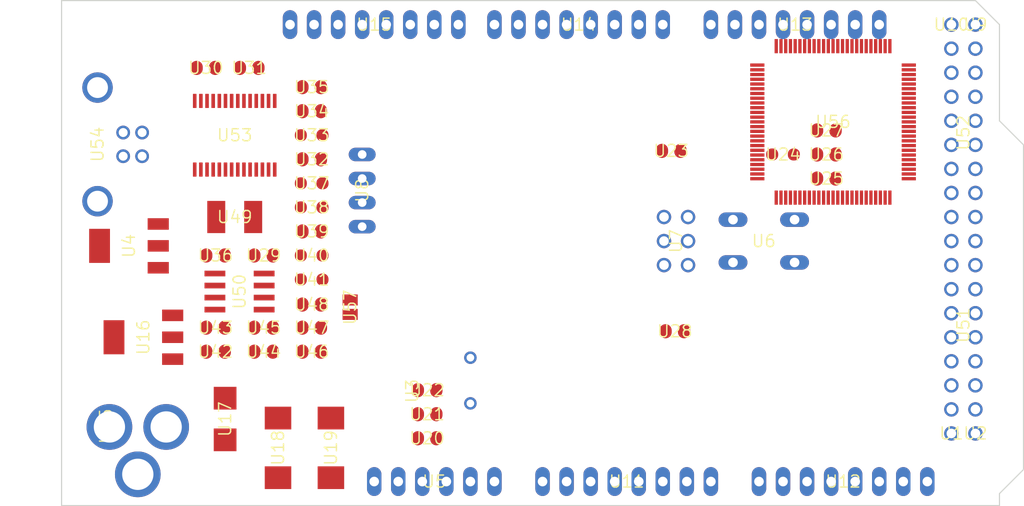
<source format=kicad_pcb>
(kicad_pcb (version 20221018) (generator pcbnew)
  (layers (0 "F.Cu" signal "Top") (31 "B.Cu" signal "Bottom") (34 "B.Paste" user) (35 "F.Paste" user) (36 "B.SilkS" user "B.Silkscreen") (37 "F.SilkS" user "F.Silkscreen") (38 "B.Mask" user) (39 "F.Mask" user) (44 "Edge.Cuts" user))
  (net 0 "")
  (net 1 "+5V")
  (net 2 "GND")
  (net 3 "N$6")
  (net 4 "N$7")
  (net 5 "AREF")
  (net 6 "RESET")
  (net 7 "VIN")
  (net 8 "N$3")
  (net 9 "PWRIN")
  (net 10 "M8RXD")
  (net 11 "M8TXD")
  (net 12 "ADC0")
  (net 13 "ADC2")
  (net 14 "ADC1")
  (net 15 "ADC3")
  (net 16 "ADC4")
  (net 17 "ADC5")
  (net 18 "ADC6")
  (net 19 "ADC7")
  (net 20 "+3V3")
  (net 21 "SDA")
  (net 22 "SCL")
  (net 23 "ADC9")
  (net 24 "ADC8")
  (net 25 "ADC10")
  (net 26 "ADC11")
  (net 27 "ADC12")
  (net 28 "ADC13")
  (net 29 "ADC14")
  (net 30 "ADC15")
  (net 31 "PB3")
  (net 32 "PB2")
  (net 33 "PB1")
  (net 34 "PB5")
  (net 35 "PB4")
  (net 36 "PE5")
  (net 37 "PE4")
  (net 38 "PE3")
  (net 39 "PE1")
  (net 40 "PE0")
  (net 41 "N$15")
  (net 42 "N$53")
  (net 43 "N$54")
  (net 44 "N$55")
  (net 45 "D-")
  (net 46 "D+")
  (net 47 "N$60")
  (net 48 "DTR")
  (net 49 "USBVCC")
  (net 50 "N$2")
  (net 51 "N$4")
  (net 52 "GATE_CMD")
  (net 53 "CMP")
  (net 54 "PB6")
  (net 55 "PH3")
  (net 56 "PH4")
  (net 57 "PH5")
  (net 58 "PH6")
  (net 59 "PG5")
  (net 60 "RXD1")
  (net 61 "TXD1")
  (net 62 "RXD2")
  (net 63 "RXD3")
  (net 64 "TXD2")
  (net 65 "TXD3")
  (net 66 "PC0")
  (net 67 "PC1")
  (net 68 "PC2")
  (net 69 "PC3")
  (net 70 "PC4")
  (net 71 "PC5")
  (net 72 "PC6")
  (net 73 "PC7")
  (net 74 "PB0")
  (net 75 "PG0")
  (net 76 "PG1")
  (net 77 "PG2")
  (net 78 "PD7")
  (net 79 "PA0")
  (net 80 "PA1")
  (net 81 "PA2")
  (net 82 "PA3")
  (net 83 "PA4")
  (net 84 "PA5")
  (net 85 "PA6")
  (net 86 "PA7")
  (net 87 "PL0")
  (net 88 "PL1")
  (net 89 "PL2")
  (net 90 "PL3")
  (net 91 "PL4")
  (net 92 "PL5")
  (net 93 "PL6")
  (net 94 "PL7")
  (net 95 "PB7")
  (net 96 "CTS")
  (net 97 "DSR")
  (net 98 "DCD")
  (net 99 "RI")
  (footprint "Arduino_MEGA_Reference_Design:2X03" (layer "F.Cu") (at 162.5981 103.7336 -90)
    (fp_text reference "U7")
    (fp_text value "")
  )
  (footprint "Arduino_MEGA_Reference_Design:1X08" (layer "F.Cu") (at 152.3111 80.8736 180)
    (fp_text reference "U14")
    (fp_text value "")
  )
  (footprint "Arduino_MEGA_Reference_Design:1X08" (layer "F.Cu") (at 130.7211 80.8736 180)
    (fp_text reference "U15")
    (fp_text value "")
  )
  (footprint "Arduino_MEGA_Reference_Design:SMC_D" (layer "F.Cu") (at 120.5611 125.5776 -90)
    (fp_text reference "U18")
    (fp_text value "")
  )
  (footprint "Arduino_MEGA_Reference_Design:SMC_D" (layer "F.Cu") (at 126.1491 125.5776 -90)
    (fp_text reference "U19")
    (fp_text value "")
  )
  (footprint "Arduino_MEGA_Reference_Design:B3F-10XX" (layer "F.Cu") (at 171.8691 103.7336 180)
    (fp_text reference "U6")
    (fp_text value "")
  )
  (footprint "Arduino_MEGA_Reference_Design:0805RND" (layer "F.Cu") (at 173.9011 94.5896 180)
    (fp_text reference "U24")
    (fp_text value "")
  )
  (footprint "Arduino_MEGA_Reference_Design:SMB" (layer "F.Cu") (at 114.9731 122.5296 -90)
    (fp_text reference "U17")
    (fp_text value "")
  )
  (footprint "Arduino_MEGA_Reference_Design:DC-21MM" (layer "F.Cu") (at 103.0351 123.2916 90)
    (fp_text reference "U55")
    (fp_text value "")
  )
  (footprint "Arduino_MEGA_Reference_Design:HC49_S" (layer "F.Cu") (at 140.8811 118.4656 90)
    (fp_text reference "U3")
    (fp_text value "")
  )
  (footprint "Arduino_MEGA_Reference_Design:SOT223" (layer "F.Cu") (at 106.3371 113.8936 90)
    (fp_text reference "U16")
    (fp_text value "")
  )
  (footprint "Arduino_MEGA_Reference_Design:1X06" (layer "F.Cu") (at 137.0711 129.1336)
    (fp_text reference "U5")
    (fp_text value "")
  )
  (footprint "Arduino_MEGA_Reference_Design:C0805RND" (layer "F.Cu") (at 124.1171 87.4776)
    (fp_text reference "U35")
    (fp_text value "")
  )
  (footprint "Arduino_MEGA_Reference_Design:C0805RND" (layer "F.Cu") (at 162.4711 113.2586)
    (fp_text reference "U28")
    (fp_text value "")
  )
  (footprint "Arduino_MEGA_Reference_Design:C0805RND" (layer "F.Cu") (at 136.3091 122.0216)
    (fp_text reference "U21")
    (fp_text value "")
  )
  (footprint "Arduino_MEGA_Reference_Design:C0805RND" (layer "F.Cu") (at 136.3091 119.4816)
    (fp_text reference "U22")
    (fp_text value "")
  )
  (footprint "Arduino_MEGA_Reference_Design:C0805RND" (layer "F.Cu") (at 113.9571 112.8776)
    (fp_text reference "U43")
    (fp_text value "")
  )
  (footprint "Arduino_MEGA_Reference_Design:RCL_0805RND" (layer "F.Cu") (at 124.1171 105.2576)
    (fp_text reference "U40")
    (fp_text value "")
  )
  (footprint "Arduino_MEGA_Reference_Design:RCL_0805RND" (layer "F.Cu") (at 124.1171 107.7976)
    (fp_text reference "U41")
    (fp_text value "")
  )
  (footprint "Arduino_MEGA_Reference_Design:1X08" (layer "F.Cu") (at 157.3911 129.1336)
    (fp_text reference "U11")
    (fp_text value "")
  )
  (footprint "Arduino_MEGA_Reference_Design:1X08" (layer "F.Cu") (at 175.1711 80.8736 180)
    (fp_text reference "U13")
    (fp_text value "")
  )
  (footprint "Arduino_MEGA_Reference_Design:R0805RND" (layer "F.Cu") (at 178.4731 94.5896 180)
    (fp_text reference "U26")
    (fp_text value "")
  )
  (footprint "Arduino_MEGA_Reference_Design:R0805RND" (layer "F.Cu") (at 178.4731 92.0496 180)
    (fp_text reference "U27")
    (fp_text value "")
  )
  (footprint "Arduino_MEGA_Reference_Design:TQFP100" (layer "F.Cu") (at 179.18453979492188 91.14759826660156 0)
    (fp_text reference "U56")
    (fp_text value "")
  )
  (footprint "Arduino_MEGA_Reference_Design:C0805RND" (layer "F.Cu") (at 162.0901 94.2086 180)
    (fp_text reference "U23")
    (fp_text value "")
  )
  (footprint "Arduino_MEGA_Reference_Design:C0805RND" (layer "F.Cu") (at 136.3091 124.5616)
    (fp_text reference "U20")
    (fp_text value "")
  )
  (footprint "Arduino_MEGA_Reference_Design:1X08" (layer "F.Cu") (at 180.2511 129.1336)
    (fp_text reference "U12")
    (fp_text value "")
  )
  (footprint "Arduino_MEGA_Reference_Design:R0805RND" (layer "F.Cu") (at 124.1171 112.8776)
    (fp_text reference "U47")
    (fp_text value "")
  )
  (footprint "Arduino_MEGA_Reference_Design:C0805RND" (layer "F.Cu") (at 124.1171 115.4176)
    (fp_text reference "U46")
    (fp_text value "")
  )
  (footprint "Arduino_MEGA_Reference_Design:C0805RND" (layer "F.Cu") (at 113.9571 105.2576)
    (fp_text reference "U36")
    (fp_text value "")
  )
  (footprint "Arduino_MEGA_Reference_Design:C0805RND" (layer "F.Cu") (at 112.9411 85.4456)
    (fp_text reference "U30")
    (fp_text value "")
  )
  (footprint "Arduino_MEGA_Reference_Design:0805RND" (layer "F.Cu") (at 124.1171 100.1776 180)
    (fp_text reference "U38")
    (fp_text value "")
  )
  (footprint "Arduino_MEGA_Reference_Design:0805RND" (layer "F.Cu") (at 124.1171 97.6376 180)
    (fp_text reference "U37")
    (fp_text value "")
  )
  (footprint "Arduino_MEGA_Reference_Design:R0805RND" (layer "F.Cu") (at 124.1171 95.0976)
    (fp_text reference "U32")
    (fp_text value "")
  )
  (footprint "Arduino_MEGA_Reference_Design:R0805RND" (layer "F.Cu") (at 124.1171 102.7176)
    (fp_text reference "U39")
    (fp_text value "")
  )
  (footprint "Arduino_MEGA_Reference_Design:SSOP28" (layer "F.Cu") (at 115.9891 92.5576)
    (fp_text reference "U53")
    (fp_text value "")
  )
  (footprint "Arduino_MEGA_Reference_Design:PN61729" (layer "F.Cu") (at 98.9584 93.5228 -90)
    (fp_text reference "U54")
    (fp_text value "")
  )
  (footprint "Arduino_MEGA_Reference_Design:L1812" (layer "F.Cu") (at 115.9891 101.1936)
    (fp_text reference "U49")
    (fp_text value "")
  )
  (footprint "Arduino_MEGA_Reference_Design:C0805RND" (layer "F.Cu") (at 117.5131 85.4456)
    (fp_text reference "U31")
    (fp_text value "")
  )
  (footprint "Arduino_MEGA_Reference_Design:0805RND" (layer "F.Cu") (at 124.1171 92.5576 180)
    (fp_text reference "U33")
    (fp_text value "")
  )
  (footprint "Arduino_MEGA_Reference_Design:R0805RND" (layer "F.Cu") (at 124.1171 90.0176 180)
    (fp_text reference "U34")
    (fp_text value "")
  )
  (footprint "Arduino_MEGA_Reference_Design:C0805RND" (layer "F.Cu") (at 124.1171 110.4392 180)
    (fp_text reference "U48")
    (fp_text value "")
  )
  (footprint "Arduino_MEGA_Reference_Design:SOT223" (layer "F.Cu") (at 104.8131 104.2416 90)
    (fp_text reference "U4")
    (fp_text value "")
  )
  (footprint "Arduino_MEGA_Reference_Design:SO08" (layer "F.Cu") (at 116.4971 109.0676 -90)
    (fp_text reference "U50")
    (fp_text value "")
  )
  (footprint "Arduino_MEGA_Reference_Design:R0805RND" (layer "F.Cu") (at 113.9571 115.4176 180)
    (fp_text reference "U42")
    (fp_text value "")
  )
  (footprint "Arduino_MEGA_Reference_Design:R0805RND" (layer "F.Cu") (at 119.0371 112.8776 180)
    (fp_text reference "U45")
    (fp_text value "")
  )
  (footprint "Arduino_MEGA_Reference_Design:C0805RND" (layer "F.Cu") (at 119.0371 115.4176 180)
    (fp_text reference "U44")
    (fp_text value "")
  )
  (footprint "Arduino_MEGA_Reference_Design:C0805RND" (layer "F.Cu") (at 119.0371 105.2576)
    (fp_text reference "U29")
    (fp_text value "")
  )
  (footprint "Arduino_MEGA_Reference_Design:2X08" (layer "F.Cu") (at 192.9511 92.3036 90)
    (fp_text reference "U52")
    (fp_text value "")
  )
  (footprint "Arduino_MEGA_Reference_Design:2X08" (layer "F.Cu") (at 192.9511 112.6236 90)
    (fp_text reference "U51")
    (fp_text value "")
  )
  (footprint "Arduino_MEGA_Reference_Design:R0805RND" (layer "F.Cu") (at 178.4731 97.1296 180)
    (fp_text reference "U25")
    (fp_text value "")
  )
  (footprint "Arduino_MEGA_Reference_Design:1X01" (layer "F.Cu") (at 191.6811 80.8736)
    (fp_text reference "U10")
    (fp_text value "")
  )
  (footprint "Arduino_MEGA_Reference_Design:1X01" (layer "F.Cu") (at 194.2211 80.8736)
    (fp_text reference "U9")
    (fp_text value "")
  )
  (footprint "Arduino_MEGA_Reference_Design:1X01" (layer "F.Cu") (at 191.6811 124.0536)
    (fp_text reference "U1")
    (fp_text value "")
  )
  (footprint "Arduino_MEGA_Reference_Design:1X01" (layer "F.Cu") (at 194.2211 124.0536)
    (fp_text reference "U2")
    (fp_text value "")
  )
  (footprint "Arduino_MEGA_Reference_Design:SJ" (layer "F.Cu") (at 128.1811 110.7186 -90)
    (fp_text reference "U57")
    (fp_text value "")
  )
  (footprint "Arduino_MEGA_Reference_Design:JP4" (layer "F.Cu") (at 129.4511 98.3996 -90)
    (fp_text reference "U8")
    (fp_text value "")
  )
  (gr_line (start 196.7611 80.8736) (end 196.7611 91.0336) (layer "Edge.Cuts") (width 0.12))
  (gr_line (start 196.7611 130.4036) (end 196.7611 131.6736) (layer "Edge.Cuts") (width 0.12))
  (gr_line (start 194.2211 78.3336) (end 196.7611 80.8736) (layer "Edge.Cuts") (width 0.12))
  (gr_line (start 97.7011 78.3336) (end 194.2211 78.3336) (layer "Edge.Cuts") (width 0.12))
  (gr_line (start 196.7611 91.0336) (end 199.3011 93.5736) (layer "Edge.Cuts") (width 0.12))
  (gr_line (start 97.7011 131.6736) (end 97.7011 78.3336) (layer "Edge.Cuts") (width 0.12))
  (gr_line (start 196.7611 131.6736) (end 97.7011 131.6736) (layer "Edge.Cuts") (width 0.12))
  (gr_line (start 199.3011 93.5736) (end 199.3011 127.8636) (layer "Edge.Cuts") (width 0.12))
  (gr_line (start 199.3011 127.8636) (end 196.7611 130.4036) (layer "Edge.Cuts") (width 0.12))
)
</source>
